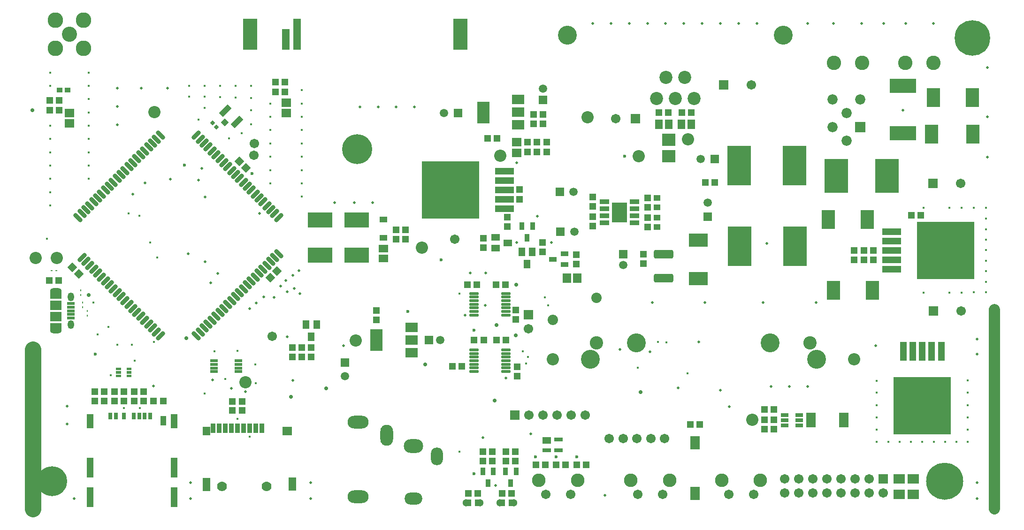
<source format=gts>
G04*
G04 #@! TF.GenerationSoftware,Altium Limited,Altium Designer,19.1.8 (144)*
G04*
G04 Layer_Color=8388736*
%FSLAX24Y24*%
%MOIN*%
G70*
G01*
G75*
%ADD23C,0.1181*%
%ADD24C,0.0787*%
%ADD25R,0.0513X0.0474*%
%ADD26R,0.0336X0.0572*%
%ADD27R,0.0434X0.0454*%
%ADD28R,0.0454X0.0434*%
%ADD29R,0.0474X0.0631*%
%ADD30R,0.0661X0.0257*%
%ADD31R,0.0474X0.0513*%
%ADD32C,0.0867*%
%ADD33C,0.0671*%
%ADD34R,0.0537X0.0187*%
G04:AMPARAMS|DCode=35|XSize=47.4mil|YSize=51.3mil|CornerRadius=0mil|HoleSize=0mil|Usage=FLASHONLY|Rotation=225.000|XOffset=0mil|YOffset=0mil|HoleType=Round|Shape=Rectangle|*
%AMROTATEDRECTD35*
4,1,4,-0.0014,0.0349,0.0349,-0.0014,0.0014,-0.0349,-0.0349,0.0014,-0.0014,0.0349,0.0*
%
%ADD35ROTATEDRECTD35*%

%ADD36R,0.0142X0.0098*%
%ADD37R,0.0571X0.0197*%
%ADD38R,0.0828X0.0671*%
%ADD39R,0.0828X0.0552*%
%ADD40R,0.0098X0.0142*%
%ADD41R,0.0315X0.0138*%
%ADD42R,0.0356X0.0710*%
%ADD43R,0.0552X0.0631*%
%ADD44R,0.0552X0.0946*%
%ADD45R,0.0710X0.0631*%
%ADD46R,0.0474X0.1025*%
%ADD47R,0.0474X0.1419*%
%ADD48R,0.0395X0.0671*%
%ADD49R,0.0297X0.0474*%
G04:AMPARAMS|DCode=50|XSize=26.2mil|YSize=26.5mil|CornerRadius=0mil|HoleSize=0mil|Usage=FLASHONLY|Rotation=315.000|XOffset=0mil|YOffset=0mil|HoleType=Round|Shape=Rectangle|*
%AMROTATEDRECTD50*
4,1,4,-0.0186,-0.0001,0.0001,0.0186,0.0186,0.0001,-0.0001,-0.0186,-0.0186,-0.0001,0.0*
%
%ADD50ROTATEDRECTD50*%

G04:AMPARAMS|DCode=51|XSize=41.3mil|YSize=86.6mil|CornerRadius=0mil|HoleSize=0mil|Usage=FLASHONLY|Rotation=135.000|XOffset=0mil|YOffset=0mil|HoleType=Round|Shape=Rectangle|*
%AMROTATEDRECTD51*
4,1,4,0.0452,0.0160,-0.0160,-0.0452,-0.0452,-0.0160,0.0160,0.0452,0.0452,0.0160,0.0*
%
%ADD51ROTATEDRECTD51*%

G04:AMPARAMS|DCode=52|XSize=39.4mil|YSize=41.3mil|CornerRadius=0mil|HoleSize=0mil|Usage=FLASHONLY|Rotation=135.000|XOffset=0mil|YOffset=0mil|HoleType=Round|Shape=Rectangle|*
%AMROTATEDRECTD52*
4,1,4,0.0285,0.0007,-0.0007,-0.0285,-0.0285,-0.0007,0.0007,0.0285,0.0285,0.0007,0.0*
%
%ADD52ROTATEDRECTD52*%

%ADD53R,0.0671X0.0592*%
%ADD54R,0.1024X0.2205*%
%ADD55R,0.0551X0.2205*%
%ADD56R,0.0551X0.1465*%
G04:AMPARAMS|DCode=57|XSize=78.9mil|YSize=31.6mil|CornerRadius=0mil|HoleSize=0mil|Usage=FLASHONLY|Rotation=45.000|XOffset=0mil|YOffset=0mil|HoleType=Round|Shape=Round|*
%AMOVALD57*
21,1,0.0472,0.0316,0.0000,0.0000,45.0*
1,1,0.0316,-0.0167,-0.0167*
1,1,0.0316,0.0167,0.0167*
%
%ADD57OVALD57*%

G04:AMPARAMS|DCode=58|XSize=78.9mil|YSize=31.6mil|CornerRadius=0mil|HoleSize=0mil|Usage=FLASHONLY|Rotation=135.000|XOffset=0mil|YOffset=0mil|HoleType=Round|Shape=Round|*
%AMOVALD58*
21,1,0.0472,0.0316,0.0000,0.0000,135.0*
1,1,0.0316,0.0167,-0.0167*
1,1,0.0316,-0.0167,0.0167*
%
%ADD58OVALD58*%

%ADD59R,0.0396X0.0377*%
G04:AMPARAMS|DCode=60|XSize=67.3mil|YSize=18.1mil|CornerRadius=4.3mil|HoleSize=0mil|Usage=FLASHONLY|Rotation=0.000|XOffset=0mil|YOffset=0mil|HoleType=Round|Shape=RoundedRectangle|*
%AMROUNDEDRECTD60*
21,1,0.0673,0.0094,0,0,0.0*
21,1,0.0587,0.0181,0,0,0.0*
1,1,0.0087,0.0293,-0.0047*
1,1,0.0087,-0.0293,-0.0047*
1,1,0.0087,-0.0293,0.0047*
1,1,0.0087,0.0293,0.0047*
%
%ADD60ROUNDEDRECTD60*%
%ADD61R,0.0631X0.0474*%
%ADD62R,0.0659X0.0529*%
%ADD63R,0.0572X0.0336*%
%ADD64R,0.0592X0.0671*%
G04:AMPARAMS|DCode=65|XSize=60.8mil|YSize=137.5mil|CornerRadius=10.6mil|HoleSize=0mil|Usage=FLASHONLY|Rotation=90.000|XOffset=0mil|YOffset=0mil|HoleType=Round|Shape=RoundedRectangle|*
%AMROUNDEDRECTD65*
21,1,0.0608,0.1163,0,0,90.0*
21,1,0.0396,0.1375,0,0,90.0*
1,1,0.0212,0.0582,0.0198*
1,1,0.0212,0.0582,-0.0198*
1,1,0.0212,-0.0582,-0.0198*
1,1,0.0212,-0.0582,0.0198*
%
%ADD65ROUNDEDRECTD65*%
%ADD66R,0.1320X0.0946*%
%ADD67R,0.0529X0.0659*%
%ADD68R,0.0946X0.0867*%
%ADD69R,0.4056X0.4080*%
%ADD70R,0.1340X0.0480*%
%ADD71R,0.0592X0.0470*%
%ADD72R,0.0592X0.0312*%
%ADD73R,0.0789X0.0710*%
%ADD74R,0.0480X0.1340*%
%ADD75R,0.4080X0.4056*%
%ADD76R,0.0946X0.1320*%
%ADD77R,0.1655X0.2836*%
%ADD78R,0.1655X0.2403*%
%ADD79R,0.0946X0.1379*%
%ADD80R,0.1891X0.0986*%
%ADD81R,0.1734X0.1104*%
%ADD82R,0.0552X0.0297*%
%ADD83R,0.1069X0.1419*%
%ADD84R,0.0680X0.0356*%
%ADD85R,0.0870X0.0670*%
%ADD86R,0.0870X0.1580*%
%ADD87R,0.0710X0.0938*%
%ADD88R,0.0560X0.0438*%
G04:AMPARAMS|DCode=89|XSize=47.4mil|YSize=51.3mil|CornerRadius=0mil|HoleSize=0mil|Usage=FLASHONLY|Rotation=315.000|XOffset=0mil|YOffset=0mil|HoleType=Round|Shape=Rectangle|*
%AMROTATEDRECTD89*
4,1,4,-0.0349,-0.0014,0.0014,0.0349,0.0349,0.0014,-0.0014,-0.0349,-0.0349,-0.0014,0.0*
%
%ADD89ROTATEDRECTD89*%

%ADD90C,0.0513*%
%ADD91C,0.2127*%
%ADD92C,0.2521*%
%ADD93R,0.0592X0.0592*%
%ADD94C,0.0592*%
%ADD95R,0.0592X0.0592*%
%ADD96O,0.0449X0.0626*%
%ADD97O,0.0828X0.0454*%
%ADD98C,0.0700*%
%ADD99C,0.1104*%
%ADD100C,0.1074*%
%ADD101R,0.0671X0.0671*%
%ADD102C,0.0237*%
%ADD103R,0.0671X0.0671*%
%ADD104C,0.1340*%
%ADD105C,0.0930*%
%ADD106O,0.1497X0.0907*%
%ADD107O,0.0907X0.1497*%
%ADD108O,0.0867X0.1261*%
%ADD109O,0.1379X0.0986*%
%ADD110O,0.1261X0.0867*%
%ADD111C,0.0966*%
%ADD112C,0.2639*%
%ADD113C,0.0728*%
%ADD114R,0.0728X0.0728*%
%ADD115C,0.1025*%
%ADD116C,0.0737*%
%ADD117C,0.0946*%
%ADD118C,0.0157*%
%ADD119C,0.0197*%
%ADD120C,0.0276*%
%ADD121C,0.0236*%
G36*
X26190Y29055D02*
Y29232D01*
X26545D01*
Y29055D01*
X26190D01*
D02*
G37*
G36*
X26191Y29311D02*
Y29488D01*
X26545D01*
Y29311D01*
X26191D01*
D02*
G37*
G36*
X26191Y29567D02*
Y29744D01*
X26545D01*
Y29567D01*
X26191D01*
D02*
G37*
G36*
X26939Y29055D02*
Y29232D01*
X27293D01*
Y29055D01*
X26939D01*
D02*
G37*
G36*
X26939Y29311D02*
Y29488D01*
X27293D01*
Y29311D01*
X26939D01*
D02*
G37*
G36*
X26939Y29567D02*
Y29744D01*
X27293D01*
Y29567D01*
X26939D01*
D02*
G37*
D23*
X20276Y19685D02*
Y31014D01*
D24*
X88583Y19685D02*
Y33848D01*
D25*
X53898Y23750D02*
D03*
X54567D02*
D03*
X53898Y23081D02*
D03*
X54567D02*
D03*
X52264D02*
D03*
X52933D02*
D03*
X52254Y23750D02*
D03*
X52923D02*
D03*
X53622Y20787D02*
D03*
X54291D02*
D03*
X51900D02*
D03*
X51230D02*
D03*
X72913Y26752D02*
D03*
X72244D02*
D03*
X72244Y26043D02*
D03*
X72913D02*
D03*
X72244Y25374D02*
D03*
X72913D02*
D03*
X35138Y27323D02*
D03*
X34469D02*
D03*
X35138Y26693D02*
D03*
X34469D02*
D03*
X21437Y35935D02*
D03*
X22106D02*
D03*
X26742Y28022D02*
D03*
X26073D02*
D03*
X26742Y27362D02*
D03*
X26073D02*
D03*
X28140Y27362D02*
D03*
X27470D02*
D03*
X28140Y28022D02*
D03*
X27470D02*
D03*
X24675Y27362D02*
D03*
X25344D02*
D03*
X24675Y28022D02*
D03*
X25344D02*
D03*
X29537Y27362D02*
D03*
X28868D02*
D03*
X38199Y49331D02*
D03*
X37530D02*
D03*
X38199Y50020D02*
D03*
X37530D02*
D03*
X22146Y48720D02*
D03*
X21476D02*
D03*
X22165Y48022D02*
D03*
X21496D02*
D03*
X53868Y35640D02*
D03*
X53199D02*
D03*
X50748Y29833D02*
D03*
X50079D02*
D03*
X52303Y31703D02*
D03*
X51634D02*
D03*
X53888D02*
D03*
X53218D02*
D03*
X46762Y38858D02*
D03*
X46093D02*
D03*
X46752Y39547D02*
D03*
X46083D02*
D03*
X68051Y42904D02*
D03*
X68720D02*
D03*
X66398Y47854D02*
D03*
X67067D02*
D03*
X65423Y47854D02*
D03*
X64754D02*
D03*
X58130Y22835D02*
D03*
X57461D02*
D03*
X59587D02*
D03*
X58917D02*
D03*
X83346Y40561D02*
D03*
X82677D02*
D03*
X51821Y35640D02*
D03*
X51152D02*
D03*
X66978Y25689D02*
D03*
X67648D02*
D03*
X52579Y46014D02*
D03*
X53248D02*
D03*
X56004Y22835D02*
D03*
X56673D02*
D03*
D26*
X54232Y21535D02*
D03*
X53854Y22362D02*
D03*
X54610D02*
D03*
X52618Y21535D02*
D03*
X52240Y22362D02*
D03*
X52996D02*
D03*
X55394Y38957D02*
D03*
X55016Y39783D02*
D03*
X55772D02*
D03*
D27*
X54291Y20128D02*
D03*
X53622D02*
D03*
X51220D02*
D03*
X51890D02*
D03*
D28*
X64616Y39744D02*
D03*
Y40413D02*
D03*
Y41142D02*
D03*
Y41811D02*
D03*
D29*
X40069Y31939D02*
D03*
X39695Y32805D02*
D03*
X40443D02*
D03*
X55394Y37087D02*
D03*
X55020Y37953D02*
D03*
X55768D02*
D03*
D30*
X75566Y25620D02*
D03*
Y25876D02*
D03*
Y26132D02*
D03*
Y26388D02*
D03*
X77879D02*
D03*
Y26132D02*
D03*
Y25876D02*
D03*
Y25620D02*
D03*
D31*
X44685Y33799D02*
D03*
Y33130D02*
D03*
X40069Y30502D02*
D03*
Y31171D02*
D03*
X39400Y31171D02*
D03*
Y30502D02*
D03*
X38730D02*
D03*
Y31171D02*
D03*
X54675Y29813D02*
D03*
Y29144D02*
D03*
X52283Y38258D02*
D03*
Y38927D02*
D03*
X60049Y41850D02*
D03*
Y41181D02*
D03*
Y39783D02*
D03*
Y40453D02*
D03*
X58898Y37106D02*
D03*
Y37776D02*
D03*
X63661Y37116D02*
D03*
Y37785D02*
D03*
X54843Y42382D02*
D03*
Y41713D02*
D03*
X79980Y38071D02*
D03*
Y37402D02*
D03*
X79321D02*
D03*
Y38071D02*
D03*
X78612Y37402D02*
D03*
Y38071D02*
D03*
X56102Y45079D02*
D03*
Y45748D02*
D03*
X53986Y39774D02*
D03*
Y40443D02*
D03*
X54596Y33829D02*
D03*
Y33159D02*
D03*
X63947Y40413D02*
D03*
Y39744D02*
D03*
Y41142D02*
D03*
Y41811D02*
D03*
X55433Y45079D02*
D03*
Y45748D02*
D03*
X56772Y45748D02*
D03*
Y45079D02*
D03*
X56476Y37963D02*
D03*
Y38632D02*
D03*
X55837Y47736D02*
D03*
Y47067D02*
D03*
X56506Y47067D02*
D03*
Y47736D02*
D03*
D32*
X43209Y31663D02*
D03*
X35384Y28701D02*
D03*
X21978Y37520D02*
D03*
X20482D02*
D03*
X28927Y47904D02*
D03*
X47933Y38248D02*
D03*
X66811Y45965D02*
D03*
X59675Y47539D02*
D03*
X53474Y44813D02*
D03*
X63327Y44774D02*
D03*
X71398Y26043D02*
D03*
X57205Y30335D02*
D03*
X78622D02*
D03*
D33*
X37293Y31969D02*
D03*
X36004Y45679D02*
D03*
X35984Y44823D02*
D03*
X50256Y38868D02*
D03*
X55472Y32482D02*
D03*
X61693Y47431D02*
D03*
X57504Y26368D02*
D03*
X56504D02*
D03*
X55504D02*
D03*
X58504D02*
D03*
X59504D02*
D03*
X65157Y24695D02*
D03*
X64173D02*
D03*
X63189D02*
D03*
X62205D02*
D03*
X61220D02*
D03*
X58484Y20738D02*
D03*
X56713D02*
D03*
X65020D02*
D03*
X63248D02*
D03*
X71476D02*
D03*
X69705D02*
D03*
X73685Y20827D02*
D03*
Y21827D02*
D03*
X74685Y20827D02*
D03*
Y21827D02*
D03*
X75685Y20827D02*
D03*
Y21827D02*
D03*
X76685Y20827D02*
D03*
Y21827D02*
D03*
X77685Y20827D02*
D03*
Y21827D02*
D03*
X78685Y20827D02*
D03*
Y21827D02*
D03*
X79685Y20827D02*
D03*
Y21827D02*
D03*
X80685Y20827D02*
D03*
X71319Y49843D02*
D03*
X86220Y33750D02*
D03*
X86201Y42844D02*
D03*
D34*
X34886Y29463D02*
D03*
Y29713D02*
D03*
Y29973D02*
D03*
Y30223D02*
D03*
X33146D02*
D03*
Y29973D02*
D03*
Y29713D02*
D03*
Y29463D02*
D03*
D35*
X23563Y36407D02*
D03*
X23090Y36880D02*
D03*
X35433Y43937D02*
D03*
X34960Y44410D02*
D03*
D36*
X21636Y36624D02*
D03*
X21967D02*
D03*
D37*
X22992Y34281D02*
D03*
Y34026D02*
D03*
Y33770D02*
D03*
Y33514D02*
D03*
Y33258D02*
D03*
D38*
X21929Y34163D02*
D03*
Y33376D02*
D03*
D39*
Y34911D02*
D03*
Y32628D02*
D03*
D40*
X23701Y35244D02*
D03*
Y34913D02*
D03*
X23809Y34358D02*
D03*
Y34028D02*
D03*
X24144Y33437D02*
D03*
Y33768D02*
D03*
D41*
X26368Y29656D02*
D03*
Y29400D02*
D03*
Y29144D02*
D03*
X27116D02*
D03*
Y29400D02*
D03*
Y29656D02*
D03*
D42*
X36555Y25433D02*
D03*
X36122D02*
D03*
X35689D02*
D03*
X35256D02*
D03*
X34823D02*
D03*
X34390D02*
D03*
X33957D02*
D03*
X33524D02*
D03*
X33091D02*
D03*
D43*
X32618Y25236D02*
D03*
D44*
Y21433D02*
D03*
X38721Y21457D02*
D03*
D45*
X38366Y25236D02*
D03*
D46*
X30305Y25915D02*
D03*
X24360D02*
D03*
D47*
X30305Y22628D02*
D03*
Y20541D02*
D03*
X24360D02*
D03*
Y22628D02*
D03*
D48*
X29557Y25967D02*
D03*
D49*
X28626Y26289D02*
D03*
X28232D02*
D03*
X27839D02*
D03*
X27445D02*
D03*
X26742D02*
D03*
X26189D02*
D03*
X25795D02*
D03*
D50*
X33049Y47119D02*
D03*
X33329Y46838D02*
D03*
D51*
X34771Y47188D02*
D03*
X33950Y48009D02*
D03*
D52*
X33936Y47174D02*
D03*
D53*
X38278Y47815D02*
D03*
Y48563D02*
D03*
X22894Y47096D02*
D03*
Y47844D02*
D03*
X54665Y45000D02*
D03*
Y45748D02*
D03*
D54*
X50669Y53445D02*
D03*
X35709D02*
D03*
D55*
X39055D02*
D03*
D56*
X38268Y53075D02*
D03*
D57*
X23771Y37566D02*
D03*
X24049Y37288D02*
D03*
X24328Y37009D02*
D03*
X24606Y36731D02*
D03*
X24885Y36453D02*
D03*
X25163Y36174D02*
D03*
X25441Y35896D02*
D03*
X25720Y35617D02*
D03*
X25998Y35339D02*
D03*
X26276Y35061D02*
D03*
X26555Y34782D02*
D03*
X26833Y34504D02*
D03*
X27112Y34225D02*
D03*
X27390Y33947D02*
D03*
X27668Y33669D02*
D03*
X27947Y33390D02*
D03*
X28225Y33112D02*
D03*
X28504Y32833D02*
D03*
X28782Y32555D02*
D03*
X29060Y32277D02*
D03*
X37468Y40684D02*
D03*
X37189Y40962D02*
D03*
X36911Y41241D02*
D03*
X36633Y41519D02*
D03*
X36354Y41798D02*
D03*
X36076Y42076D02*
D03*
X35797Y42354D02*
D03*
X35519Y42633D02*
D03*
X35241Y42911D02*
D03*
X34962Y43190D02*
D03*
X34684Y43468D02*
D03*
X34405Y43746D02*
D03*
X34127Y44025D02*
D03*
X33849Y44303D02*
D03*
X33570Y44581D02*
D03*
X33292Y44860D02*
D03*
X33013Y45138D02*
D03*
X32735Y45417D02*
D03*
X32457Y45695D02*
D03*
X32178Y45973D02*
D03*
X29339Y31998D02*
D03*
X37746Y40406D02*
D03*
X31900Y46252D02*
D03*
D58*
X32178Y32277D02*
D03*
X32457Y32555D02*
D03*
X32735Y32833D02*
D03*
X33013Y33112D02*
D03*
X33292Y33390D02*
D03*
X33570Y33669D02*
D03*
X33849Y33947D02*
D03*
X34127Y34225D02*
D03*
X34405Y34504D02*
D03*
X34684Y34782D02*
D03*
X34962Y35061D02*
D03*
X35241Y35339D02*
D03*
X35519Y35617D02*
D03*
X35797Y35896D02*
D03*
X36076Y36174D02*
D03*
X36354Y36453D02*
D03*
X36633Y36731D02*
D03*
X36911Y37009D02*
D03*
X37189Y37288D02*
D03*
X37468Y37566D02*
D03*
X29060Y45973D02*
D03*
X28782Y45695D02*
D03*
X28504Y45417D02*
D03*
X28225Y45138D02*
D03*
X27947Y44860D02*
D03*
X27668Y44581D02*
D03*
X27390Y44303D02*
D03*
X27112Y44025D02*
D03*
X26833Y43746D02*
D03*
X26555Y43468D02*
D03*
X26276Y43190D02*
D03*
X25998Y42911D02*
D03*
X25720Y42633D02*
D03*
X25441Y42354D02*
D03*
X25163Y42076D02*
D03*
X24885Y41798D02*
D03*
X24606Y41519D02*
D03*
X24328Y41241D02*
D03*
X24049Y40962D02*
D03*
X23771Y40684D02*
D03*
X37746Y37844D02*
D03*
X31900Y31998D02*
D03*
X23493Y40406D02*
D03*
X29339Y46252D02*
D03*
D59*
X22185Y49459D02*
D03*
X22756D02*
D03*
D60*
X53886Y35010D02*
D03*
Y34754D02*
D03*
Y34498D02*
D03*
Y34242D02*
D03*
Y33986D02*
D03*
Y33730D02*
D03*
Y33474D02*
D03*
X51626D02*
D03*
Y33730D02*
D03*
Y33986D02*
D03*
Y34242D02*
D03*
Y34498D02*
D03*
Y34754D02*
D03*
Y35010D02*
D03*
X53886Y30994D02*
D03*
Y30738D02*
D03*
Y30482D02*
D03*
Y30226D02*
D03*
Y29970D02*
D03*
Y29715D02*
D03*
Y29459D02*
D03*
X51626D02*
D03*
Y29715D02*
D03*
Y29970D02*
D03*
Y30226D02*
D03*
Y30482D02*
D03*
Y30738D02*
D03*
Y30994D02*
D03*
D61*
X54016Y38612D02*
D03*
X53150Y38238D02*
D03*
Y38986D02*
D03*
D62*
X45187Y37504D02*
D03*
Y38205D02*
D03*
D63*
X57224Y37441D02*
D03*
X58051Y37819D02*
D03*
Y37063D02*
D03*
D64*
X58209Y36102D02*
D03*
X58957D02*
D03*
D65*
X65079Y36102D02*
D03*
Y37795D02*
D03*
D66*
X67559Y36053D02*
D03*
Y38809D02*
D03*
D67*
X65439Y47028D02*
D03*
X64738D02*
D03*
X66362Y47047D02*
D03*
X67063D02*
D03*
D68*
X65453Y45945D02*
D03*
Y44764D02*
D03*
D69*
X49967Y42371D02*
D03*
X85136Y38069D02*
D03*
D70*
X53784Y43711D02*
D03*
Y43041D02*
D03*
Y42371D02*
D03*
Y41701D02*
D03*
Y41031D02*
D03*
X81280Y39409D02*
D03*
Y38739D02*
D03*
Y38069D02*
D03*
Y37399D02*
D03*
Y36729D02*
D03*
D71*
X56801Y24551D02*
D03*
D72*
Y23874D02*
D03*
X57608D02*
D03*
Y24630D02*
D03*
D73*
X81831Y21841D02*
D03*
Y20738D02*
D03*
X82835Y20738D02*
D03*
Y21841D02*
D03*
D74*
X84804Y30896D02*
D03*
X84134D02*
D03*
X83464D02*
D03*
X82794D02*
D03*
X82124D02*
D03*
D75*
X83464Y27039D02*
D03*
D76*
X77165Y35217D02*
D03*
X79921D02*
D03*
X76791Y40276D02*
D03*
X79547D02*
D03*
X87018Y48917D02*
D03*
X84262D02*
D03*
D77*
X74409Y38376D02*
D03*
X70472D02*
D03*
X70463Y44085D02*
D03*
X74400D02*
D03*
D78*
X80965Y43366D02*
D03*
X77343D02*
D03*
D79*
X84124Y46319D02*
D03*
X87037D02*
D03*
D80*
X82077Y46407D02*
D03*
Y49754D02*
D03*
D81*
X43297Y37717D02*
D03*
Y40236D02*
D03*
X40699Y37717D02*
D03*
Y40236D02*
D03*
D82*
X74705Y25630D02*
D03*
Y26004D02*
D03*
Y26378D02*
D03*
X73681D02*
D03*
Y25630D02*
D03*
Y26004D02*
D03*
D83*
X61939Y40768D02*
D03*
D84*
X63007Y41518D02*
D03*
Y41018D02*
D03*
Y40518D02*
D03*
Y40018D02*
D03*
X60871D02*
D03*
Y40518D02*
D03*
Y41018D02*
D03*
Y41518D02*
D03*
D85*
X47175Y30803D02*
D03*
Y31703D02*
D03*
Y32603D02*
D03*
X54754Y48784D02*
D03*
Y47884D02*
D03*
Y46984D02*
D03*
D86*
X44695Y31693D02*
D03*
X52274Y47874D02*
D03*
D87*
X67313Y20787D02*
D03*
Y24409D02*
D03*
D88*
X45177Y40250D02*
D03*
Y38963D02*
D03*
D89*
X37628Y36595D02*
D03*
X37155Y36122D02*
D03*
D90*
X53457Y20128D02*
D03*
X54457D02*
D03*
X52055D02*
D03*
X51055D02*
D03*
D91*
X21654Y21654D02*
D03*
X43307Y45276D02*
D03*
D92*
X87008Y53150D02*
D03*
D93*
X48415Y31703D02*
D03*
X68720Y44557D02*
D03*
X57707Y42215D02*
D03*
X57756Y39409D02*
D03*
X50472Y47815D02*
D03*
D94*
X49203Y31703D02*
D03*
X42441Y29124D02*
D03*
X62205Y37018D02*
D03*
X68218Y41457D02*
D03*
X67736Y44557D02*
D03*
X58691Y42215D02*
D03*
X56506Y49567D02*
D03*
X58740Y39409D02*
D03*
X49488Y47815D02*
D03*
D95*
X42441Y30108D02*
D03*
X62205Y37805D02*
D03*
X68218Y40472D02*
D03*
X56506Y48780D02*
D03*
D96*
X22992Y34754D02*
D03*
Y32785D02*
D03*
D97*
X21929Y35148D02*
D03*
Y32392D02*
D03*
D98*
X33721Y21299D02*
D03*
X36870D02*
D03*
D99*
X21894Y52425D02*
D03*
X23894D02*
D03*
Y54425D02*
D03*
X21894D02*
D03*
D100*
X22894Y53425D02*
D03*
D101*
X55472Y33482D02*
D03*
D102*
X48573Y40827D02*
D03*
Y41614D02*
D03*
Y42402D02*
D03*
Y43189D02*
D03*
Y43976D02*
D03*
X49518Y40827D02*
D03*
Y41614D02*
D03*
Y42402D02*
D03*
Y43189D02*
D03*
Y43976D02*
D03*
X50463Y40827D02*
D03*
Y41614D02*
D03*
Y42402D02*
D03*
Y43189D02*
D03*
Y43976D02*
D03*
X51407D02*
D03*
Y43189D02*
D03*
Y42402D02*
D03*
Y41614D02*
D03*
Y40827D02*
D03*
D103*
X63071Y47431D02*
D03*
X54504Y26368D02*
D03*
X80685Y21827D02*
D03*
X69350Y49843D02*
D03*
X84252Y33750D02*
D03*
X84232Y42844D02*
D03*
D104*
X73602Y53354D02*
D03*
X58248D02*
D03*
X72663Y31496D02*
D03*
X63163D02*
D03*
X59872Y30335D02*
D03*
X75955D02*
D03*
D105*
X67264Y48864D02*
D03*
X66594Y50364D02*
D03*
X65925Y48864D02*
D03*
X65256Y50364D02*
D03*
X64587Y48864D02*
D03*
D106*
X43386Y20561D02*
D03*
Y25856D02*
D03*
D107*
X45433Y24931D02*
D03*
D108*
X48976Y23415D02*
D03*
D109*
X47323Y24163D02*
D03*
D110*
Y20443D02*
D03*
D111*
X58976Y21722D02*
D03*
X56220D02*
D03*
X65512D02*
D03*
X62756D02*
D03*
X71969D02*
D03*
X69213D02*
D03*
D112*
X85039Y21654D02*
D03*
D113*
X77096Y48809D02*
D03*
Y46841D02*
D03*
X79065Y48809D02*
D03*
X78081Y45856D02*
D03*
Y47825D02*
D03*
D114*
X79065Y46841D02*
D03*
D115*
X84268Y51388D02*
D03*
X82268D02*
D03*
X79189D02*
D03*
X77189D02*
D03*
D116*
X60327Y34697D02*
D03*
X57205Y33130D02*
D03*
D117*
X75500Y31496D02*
D03*
X60327D02*
D03*
D118*
X86693Y28839D02*
D03*
Y27953D02*
D03*
Y27067D02*
D03*
Y26201D02*
D03*
Y25335D02*
D03*
Y24469D02*
D03*
X85886D02*
D03*
X85079D02*
D03*
X84272D02*
D03*
X83465D02*
D03*
X82657D02*
D03*
X81850D02*
D03*
X81043Y24469D02*
D03*
X80236Y24469D02*
D03*
Y25335D02*
D03*
Y26201D02*
D03*
Y27067D02*
D03*
Y27953D02*
D03*
Y28799D02*
D03*
X87126Y41093D02*
D03*
X86260D02*
D03*
X85394D02*
D03*
X83543D02*
D03*
Y35049D02*
D03*
X85394Y35059D02*
D03*
X86260Y35069D02*
D03*
X87126Y35089D02*
D03*
X87992D02*
D03*
Y35837D02*
D03*
Y36585D02*
D03*
Y37333D02*
D03*
Y38081D02*
D03*
Y38829D02*
D03*
Y39577D02*
D03*
Y40325D02*
D03*
Y41093D02*
D03*
X34695Y48924D02*
D03*
X35797Y48883D02*
D03*
X32047Y47352D02*
D03*
X35128Y46393D02*
D03*
X35797Y48022D02*
D03*
X35797Y49774D02*
D03*
X34695D02*
D03*
X33593D02*
D03*
X31388D02*
D03*
X32490Y48199D02*
D03*
Y49774D02*
D03*
X31388Y48986D02*
D03*
X39400Y49449D02*
D03*
Y48504D02*
D03*
Y41890D02*
D03*
X37156Y48504D02*
D03*
Y47559D02*
D03*
Y46614D02*
D03*
X37156Y42835D02*
D03*
X24262Y50709D02*
D03*
X21516Y41260D02*
D03*
X24262Y43150D02*
D03*
Y44094D02*
D03*
X21516Y42205D02*
D03*
Y43150D02*
D03*
X21270Y38907D02*
D03*
X39400Y46614D02*
D03*
Y47559D02*
D03*
Y42835D02*
D03*
Y43780D02*
D03*
Y45669D02*
D03*
Y44724D02*
D03*
X33593Y48950D02*
D03*
X32490Y48986D02*
D03*
X35797Y47037D02*
D03*
X34232Y46014D02*
D03*
X24577Y34360D02*
D03*
X27323Y31348D02*
D03*
X25807Y29203D02*
D03*
X29132Y37550D02*
D03*
X28611Y38633D02*
D03*
X24892Y32087D02*
D03*
X27884Y26850D02*
D03*
X26742Y26860D02*
D03*
X26270Y31348D02*
D03*
X27510Y30236D02*
D03*
X34833Y30925D02*
D03*
X34823Y26112D02*
D03*
X36122Y28642D02*
D03*
X33957Y28917D02*
D03*
X21516Y49764D02*
D03*
Y50709D02*
D03*
X24262Y49764D02*
D03*
Y48819D02*
D03*
Y45039D02*
D03*
X21516Y44094D02*
D03*
Y46929D02*
D03*
X24262Y47874D02*
D03*
Y46929D02*
D03*
Y45984D02*
D03*
X28897Y31566D02*
D03*
X66772Y29331D02*
D03*
X37156Y45669D02*
D03*
Y44724D02*
D03*
Y43780D02*
D03*
X56663Y34744D02*
D03*
X56900Y34163D02*
D03*
X33199Y30906D02*
D03*
X36102Y29970D02*
D03*
X50581Y23760D02*
D03*
X50591Y35010D02*
D03*
X21516Y45984D02*
D03*
Y45039D02*
D03*
X25669Y32618D02*
D03*
X65276Y31535D02*
D03*
X64685Y31575D02*
D03*
X63268Y29724D02*
D03*
X55315Y30020D02*
D03*
X55443Y30482D02*
D03*
X55098Y30906D02*
D03*
X27837Y40542D02*
D03*
X27101Y40700D02*
D03*
X35689Y24823D02*
D03*
X32480Y27913D02*
D03*
D119*
X82293Y54183D02*
D03*
X71732D02*
D03*
X70433D02*
D03*
X69134D02*
D03*
X26280Y47008D02*
D03*
Y48307D02*
D03*
Y49606D02*
D03*
X27972D02*
D03*
X29862D02*
D03*
X75335Y28406D02*
D03*
X72736D02*
D03*
X74035D02*
D03*
X68022Y34380D02*
D03*
X64291D02*
D03*
X82077Y48022D02*
D03*
X88081Y44705D02*
D03*
Y47559D02*
D03*
Y51063D02*
D03*
X84242Y54183D02*
D03*
X80719D02*
D03*
X79163D02*
D03*
X77156D02*
D03*
X75325D02*
D03*
X67835D02*
D03*
X66535D02*
D03*
X65236D02*
D03*
X63937D02*
D03*
X62638D02*
D03*
X61339D02*
D03*
X60039D02*
D03*
X47402Y48258D02*
D03*
X44409Y41476D02*
D03*
X43110D02*
D03*
X41732D02*
D03*
X46102Y48258D02*
D03*
X44803D02*
D03*
X43504D02*
D03*
X87352Y20443D02*
D03*
Y21575D02*
D03*
X20285Y20443D02*
D03*
Y23091D02*
D03*
X72421Y38573D02*
D03*
X72156Y34380D02*
D03*
X75925D02*
D03*
X80157Y31309D02*
D03*
X87352Y30709D02*
D03*
Y31752D02*
D03*
X60915Y20679D02*
D03*
X40010Y20443D02*
D03*
X31496D02*
D03*
Y21575D02*
D03*
X23219Y20443D02*
D03*
X20276Y25453D02*
D03*
Y26634D02*
D03*
Y27815D02*
D03*
Y28996D02*
D03*
Y30177D02*
D03*
X54656Y44282D02*
D03*
X20276Y24272D02*
D03*
X57136Y38632D02*
D03*
X38337Y35118D02*
D03*
X38848Y35354D02*
D03*
X39262Y35000D02*
D03*
X37874Y35522D02*
D03*
X38268Y35945D02*
D03*
X38750Y36309D02*
D03*
X39183Y36634D02*
D03*
X35384Y28022D02*
D03*
X28868Y28425D02*
D03*
X56112Y40512D02*
D03*
X30059Y43130D02*
D03*
X32510Y37254D02*
D03*
X35699Y33917D02*
D03*
X36142Y34331D02*
D03*
X36673Y34764D02*
D03*
X33435Y36437D02*
D03*
X32904Y35748D02*
D03*
X31329Y37844D02*
D03*
X32520Y41861D02*
D03*
X40010Y21575D02*
D03*
X38740Y28829D02*
D03*
X38337Y31919D02*
D03*
X37421Y34715D02*
D03*
X32294Y43891D02*
D03*
X32038Y43054D02*
D03*
X52421Y34173D02*
D03*
X50984Y33474D02*
D03*
X51358Y36467D02*
D03*
X52461D02*
D03*
X55650Y25039D02*
D03*
X61978Y31033D02*
D03*
X66122Y28307D02*
D03*
X69754Y26949D02*
D03*
X33061Y28878D02*
D03*
X34390Y28278D02*
D03*
X36378Y40699D02*
D03*
X22713Y25723D02*
D03*
Y26982D02*
D03*
X52254Y24754D02*
D03*
X53140Y21358D02*
D03*
X53888Y28996D02*
D03*
X42362Y31309D02*
D03*
X67598Y31575D02*
D03*
X64134Y30866D02*
D03*
X69104Y28140D02*
D03*
X54646Y38622D02*
D03*
X27391Y42078D02*
D03*
X28257Y42879D02*
D03*
D120*
X31191Y31821D02*
D03*
X20246Y48022D02*
D03*
X24237Y34892D02*
D03*
X53086Y27411D02*
D03*
X41112Y28248D02*
D03*
X38612Y27677D02*
D03*
X54587Y32028D02*
D03*
X54626Y35640D02*
D03*
X53228Y32776D02*
D03*
X63465Y27992D02*
D03*
X48150Y29980D02*
D03*
D121*
X35851Y43519D02*
D03*
X24724Y30709D02*
D03*
X49282Y37382D02*
D03*
X46909Y33720D02*
D03*
X51624Y22185D02*
D03*
X57451Y23386D02*
D03*
X55994D02*
D03*
X58907D02*
D03*
X62333Y44774D02*
D03*
X51634Y32382D02*
D03*
X31052Y44125D02*
D03*
M02*

</source>
